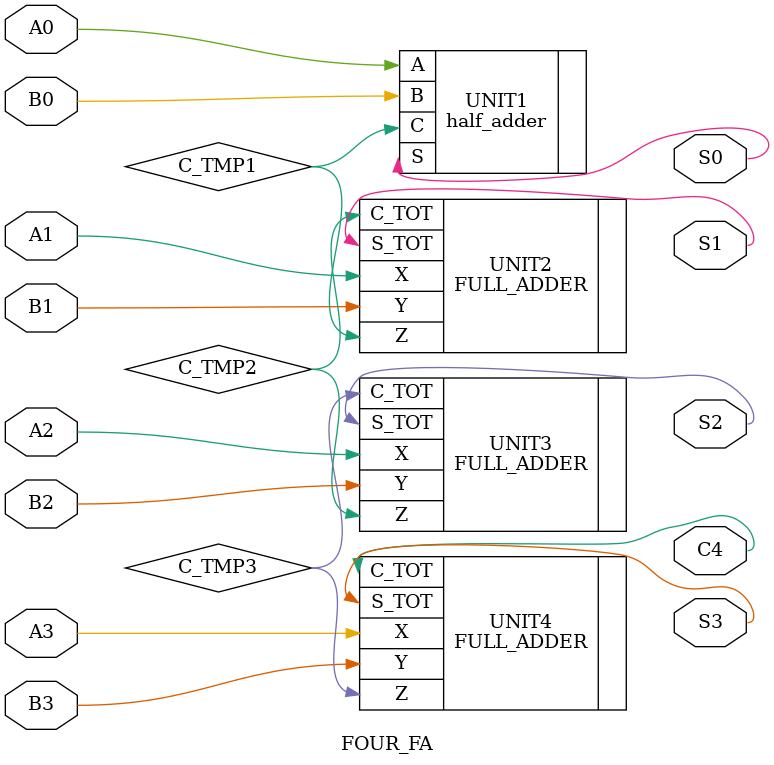
<source format=v>
module FOUR_FA(
	A0,A1,A2,A3,
	B0,B1,B2,B3,
	S0,S1,S2,S3,C4
);

input A0,A1,A2,A3,B0,B1,B2,B3;
output S0,S1,S2,S3,C4;

wire C_TMP1, C_TMP2, C_TMP3;

half_adder UNIT1(.A(A0), .B(B0), .S(S0), .C(C_TMP1));
FULL_ADDER UNIT2(.X(A1), .Y(B1), .Z(C_TMP1), .S_TOT(S1), .C_TOT(C_TMP2));
FULL_ADDER UNIT3(.X(A2), .Y(B2), .Z(C_TMP2), .S_TOT(S2), .C_TOT(C_TMP3));
FULL_ADDER UNIT4(.X(A3), .Y(B3), .Z(C_TMP3), .S_TOT(S3), .C_TOT(C4));

endmodule

</source>
